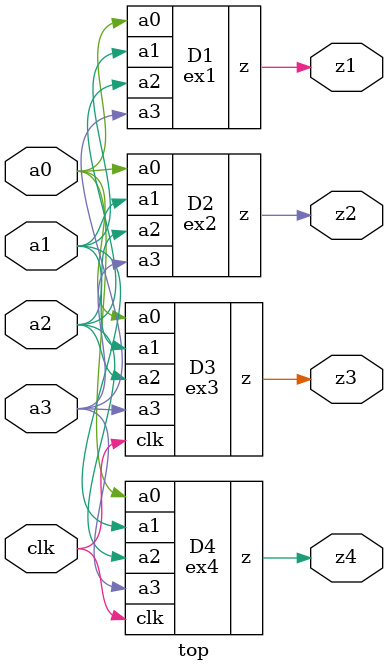
<source format=sv>


// continuous
module ex1(
    input logic a0,a1,a2,a3,
    output logic z);
    logic tmp;
    assign tmp = ((a0 | ~a1) & (a2 | a3));
    assign z = tmp ^ a0;
endmodule

// procedural, non-blocking
module ex2(
    input logic a0,a1,a2,a3,
    output logic z);    
    logic tmp;
 
    always_comb begin
        tmp = ((a0 | ~a1) & (a2 | a3));
        z = tmp ^ a0; 
    end
endmodule

// procedural, non-blocking, clocked
module ex3(
    input logic a0,a1,a2,a3,clk,
    output logic z);
    logic tmp;
    
    always_ff @(posedge clk) begin
        tmp = ((a0 | ~a1) & (a2 | a3));
        z = tmp ^ a0; 
    end
endmodule

// procedural, blocking, clocked
module ex4(
    input logic a0,a1,a2,a3,clk,
    output logic z);
    logic tmp;
    
    always_ff @(posedge clk) begin
        tmp <= ((a0 | ~a1) & (a2 | a3));
        z <= tmp ^ a0; 
    end
endmodule

module top(
    input logic a0,a1,a2,a3,clk,
    output logic z1,z2,z3,z4);

    ex1 D1 (.z(z1), .*);
    ex2 D2 (.z(z2), .*);
    ex3 D3 (.z(z3), .*);
    ex4 D4 (.z(z4), .*);    
endmodule

</source>
